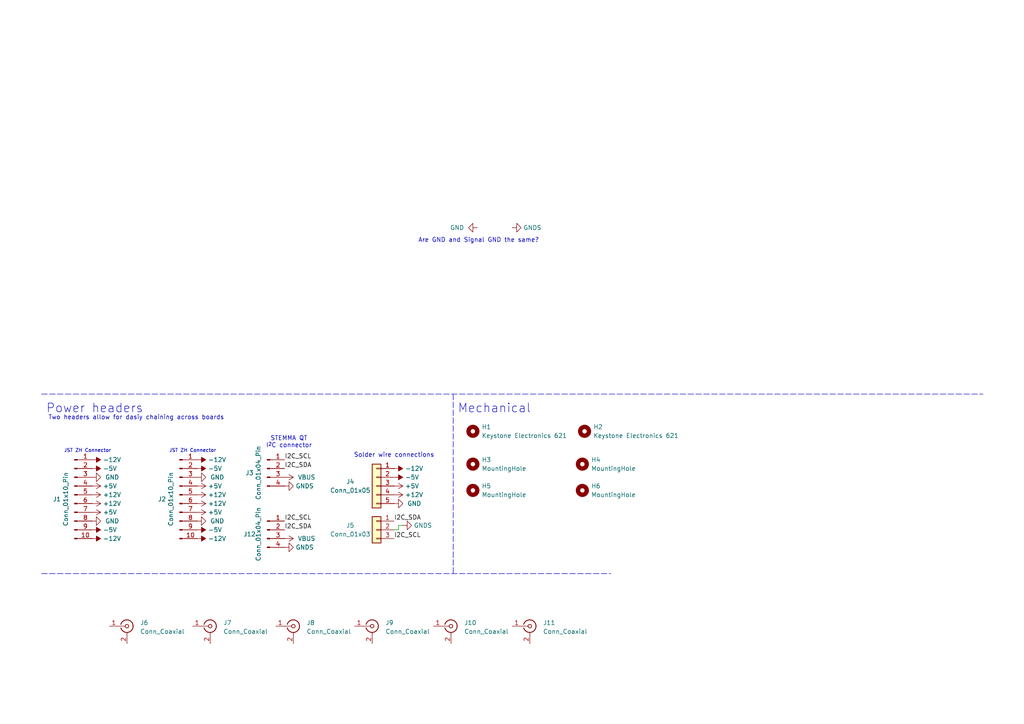
<source format=kicad_sch>
(kicad_sch (version 20231120) (generator "eeschema") (generator_version "8.0")
  (paper "A4")
  (title_block (title "???") (comment 1 "Designed by Jack Roth") (comment 2 "Compatible with Hammond Manufacturing series 1457"))
  (lib_symbols
    (symbol "Connector:Conn_01x04_Pin" (pin_names (offset 1.016) hide)
      (property "Reference" "J" (at 0 5.08 0))
      (property "Value" "Conn_01x04_Pin" (at 0 -7.62 0))
      (symbol "Conn_01x04_Pin_1_1"
        (polyline (pts (xy 1.27 -5.08) (xy 0.8636 -5.08)) (stroke (width 0.1524)))
        (polyline (pts (xy 1.27 -2.54) (xy 0.8636 -2.54)) (stroke (width 0.1524)))
        (polyline (pts (xy 1.27 0) (xy 0.8636 0)) (stroke (width 0.1524)))
        (polyline (pts (xy 1.27 2.54) (xy 0.8636 2.54)) (stroke (width 0.1524)))
        (rectangle (start 0.8636 -4.953) (end 0 -5.207) (stroke (width 0.1524)) (fill (type outline)))
        (rectangle (start 0.8636 -2.413) (end 0 -2.667) (stroke (width 0.1524)) (fill (type outline)))
        (rectangle (start 0.8636 0.127) (end 0 -0.127) (stroke (width 0.1524)) (fill (type outline)))
        (rectangle (start 0.8636 2.667) (end 0 2.413) (stroke (width 0.1524)) (fill (type outline)))
        (pin passive line (at 5.08 2.54 180) (length 3.81) (name "Pin_1") (number "1"))
        (pin passive line (at 5.08 0 180) (length 3.81) (name "Pin_2") (number "2"))
        (pin passive line (at 5.08 -2.54 180) (length 3.81) (name "Pin_3") (number "3"))
        (pin passive line (at 5.08 -5.08 180) (length 3.81) (name "Pin_4") (number "4"))
      )
    )
    (symbol "Connector:Conn_01x10_Pin" (pin_names (offset 1.016) hide)
      (property "Reference" "J" (at 0 12.7 0))
      (property "Value" "Conn_01x10_Pin" (at 0 -15.24 0))
      (symbol "Conn_01x10_Pin_1_1"
        (polyline (pts (xy 1.27 -12.7) (xy 0.8636 -12.7)) (stroke (width 0.1524)))
        (polyline (pts (xy 1.27 -10.16) (xy 0.8636 -10.16)) (stroke (width 0.1524)))
        (polyline (pts (xy 1.27 -7.62) (xy 0.8636 -7.62)) (stroke (width 0.1524)))
        (polyline (pts (xy 1.27 -5.08) (xy 0.8636 -5.08)) (stroke (width 0.1524)))
        (polyline (pts (xy 1.27 -2.54) (xy 0.8636 -2.54)) (stroke (width 0.1524)))
        (polyline (pts (xy 1.27 0) (xy 0.8636 0)) (stroke (width 0.1524)))
        (polyline (pts (xy 1.27 2.54) (xy 0.8636 2.54)) (stroke (width 0.1524)))
        (polyline (pts (xy 1.27 5.08) (xy 0.8636 5.08)) (stroke (width 0.1524)))
        (polyline (pts (xy 1.27 7.62) (xy 0.8636 7.62)) (stroke (width 0.1524)))
        (polyline (pts (xy 1.27 10.16) (xy 0.8636 10.16)) (stroke (width 0.1524)))
        (rectangle (start 0.8636 -12.573) (end 0 -12.827) (stroke (width 0.1524)) (fill (type outline)))
        (rectangle (start 0.8636 -10.033) (end 0 -10.287) (stroke (width 0.1524)) (fill (type outline)))
        (rectangle (start 0.8636 -7.493) (end 0 -7.747) (stroke (width 0.1524)) (fill (type outline)))
        (rectangle (start 0.8636 -4.953) (end 0 -5.207) (stroke (width 0.1524)) (fill (type outline)))
        (rectangle (start 0.8636 -2.413) (end 0 -2.667) (stroke (width 0.1524)) (fill (type outline)))
        (rectangle (start 0.8636 0.127) (end 0 -0.127) (stroke (width 0.1524)) (fill (type outline)))
        (rectangle (start 0.8636 2.667) (end 0 2.413) (stroke (width 0.1524)) (fill (type outline)))
        (rectangle (start 0.8636 5.207) (end 0 4.953) (stroke (width 0.1524)) (fill (type outline)))
        (rectangle (start 0.8636 7.747) (end 0 7.493) (stroke (width 0.1524)) (fill (type outline)))
        (rectangle (start 0.8636 10.287) (end 0 10.033) (stroke (width 0.1524)) (fill (type outline)))
        (pin passive line (at 5.08 10.16 180) (length 3.81) (name "Pin_1") (number "1"))
        (pin passive line (at 5.08 -12.7 180) (length 3.81) (name "Pin_10") (number "10"))
        (pin passive line (at 5.08 7.62 180) (length 3.81) (name "Pin_2") (number "2"))
        (pin passive line (at 5.08 5.08 180) (length 3.81) (name "Pin_3") (number "3"))
        (pin passive line (at 5.08 2.54 180) (length 3.81) (name "Pin_4") (number "4"))
        (pin passive line (at 5.08 0 180) (length 3.81) (name "Pin_5") (number "5"))
        (pin passive line (at 5.08 -2.54 180) (length 3.81) (name "Pin_6") (number "6"))
        (pin passive line (at 5.08 -5.08 180) (length 3.81) (name "Pin_7") (number "7"))
        (pin passive line (at 5.08 -7.62 180) (length 3.81) (name "Pin_8") (number "8"))
        (pin passive line (at 5.08 -10.16 180) (length 3.81) (name "Pin_9") (number "9"))
      )
    )
    (symbol "Connector:Conn_Coaxial" (pin_names (offset 1.016) hide)
      (property "Reference" "J" (at 0.254 3.048 0))
      (property "Value" "Conn_Coaxial" (at 2.921 0 90))
      (symbol "Conn_Coaxial_0_1"
        (arc (start -1.778 -0.508) (mid 0.2311 -1.8066) (end 1.778 0) (stroke (width 0.254)))
        (polyline (pts (xy -2.54 0) (xy -0.508 0)))
        (polyline (pts (xy 0 -2.54) (xy 0 -1.778)))
        (circle (center 0 0) (radius 0.508) (stroke (width 0.2032)))
        (arc (start 1.778 0) (mid 0.2099 1.8101) (end -1.778 0.508) (stroke (width 0.254)))
      )
      (symbol "Conn_Coaxial_1_1"
        (pin passive line (at -5.08 0 0) (length 2.54) (name "In") (number "1"))
        (pin passive line (at 0 -5.08 90) (length 2.54) (name "Ext") (number "2"))
      )
    )
    (symbol "Connector_Generic:Conn_01x03" (pin_names (offset 1.016) hide)
      (property "Reference" "J" (at 0 5.08 0))
      (property "Value" "Conn_01x03" (at 0 -5.08 0))
      (symbol "Conn_01x03_1_1"
        (rectangle (start -1.27 -2.413) (end 0 -2.667) (stroke (width 0.1524)))
        (rectangle (start -1.27 0.127) (end 0 -0.127) (stroke (width 0.1524)))
        (rectangle (start -1.27 2.667) (end 0 2.413) (stroke (width 0.1524)))
        (rectangle (start -1.27 3.81) (end 1.27 -3.81) (stroke (width 0.254)) (fill (type background)))
        (pin passive line (at -5.08 2.54 0) (length 3.81) (name "Pin_1") (number "1"))
        (pin passive line (at -5.08 0 0) (length 3.81) (name "Pin_2") (number "2"))
        (pin passive line (at -5.08 -2.54 0) (length 3.81) (name "Pin_3") (number "3"))
      )
    )
    (symbol "Connector_Generic:Conn_01x05" (pin_names (offset 1.016) hide)
      (property "Reference" "J" (at 0 7.62 0))
      (property "Value" "Conn_01x05" (at 0 -7.62 0))
      (symbol "Conn_01x05_1_1"
        (rectangle (start -1.27 -4.953) (end 0 -5.207) (stroke (width 0.1524)))
        (rectangle (start -1.27 -2.413) (end 0 -2.667) (stroke (width 0.1524)))
        (rectangle (start -1.27 0.127) (end 0 -0.127) (stroke (width 0.1524)))
        (rectangle (start -1.27 2.667) (end 0 2.413) (stroke (width 0.1524)))
        (rectangle (start -1.27 5.207) (end 0 4.953) (stroke (width 0.1524)))
        (rectangle (start -1.27 6.35) (end 1.27 -6.35) (stroke (width 0.254)) (fill (type background)))
        (pin passive line (at -5.08 5.08 0) (length 3.81) (name "Pin_1") (number "1"))
        (pin passive line (at -5.08 2.54 0) (length 3.81) (name "Pin_2") (number "2"))
        (pin passive line (at -5.08 0 0) (length 3.81) (name "Pin_3") (number "3"))
        (pin passive line (at -5.08 -2.54 0) (length 3.81) (name "Pin_4") (number "4"))
        (pin passive line (at -5.08 -5.08 0) (length 3.81) (name "Pin_5") (number "5"))
      )
    )
    (symbol "Mechanical:MountingHole" (pin_names (offset 1.016)) (exclude_from_sim yes) (in_bom no)
      (property "Reference" "H" (at 0 5.08 0))
      (property "Value" "MountingHole" (at 0 3.175 0))
      (symbol "MountingHole_0_1"
        (circle (center 0 0) (radius 1.27) (stroke (width 1.27)))
      )
    )
    (symbol "power:+12V" (power) (pin_numbers hide) (pin_names (offset 0) hide)
      (property "Value" "+12V" (at 0 3.556 0))
      (symbol "+12V_0_1"
        (polyline (pts (xy -0.762 1.27) (xy 0 2.54)))
        (polyline (pts (xy 0 0) (xy 0 2.54)))
        (polyline (pts (xy 0 2.54) (xy 0.762 1.27)))
      )
      (symbol "+12V_1_1"
        (pin power_in line (at 0 0 90) (length 0) (name "~") (number "1"))
      )
    )
    (symbol "power:+5V" (power) (pin_numbers hide) (pin_names (offset 0) hide)
      (property "Value" "+5V" (at 0 3.556 0))
      (symbol "+5V_0_1"
        (polyline (pts (xy -0.762 1.27) (xy 0 2.54)))
        (polyline (pts (xy 0 0) (xy 0 2.54)))
        (polyline (pts (xy 0 2.54) (xy 0.762 1.27)))
      )
      (symbol "+5V_1_1"
        (pin power_in line (at 0 0 90) (length 0) (name "~") (number "1"))
      )
    )
    (symbol "power:-12V" (power) (pin_numbers hide) (pin_names (offset 0) hide)
      (property "Value" "-12V" (at 0 3.556 0))
      (symbol "-12V_0_0"
        (pin power_in line (at 0 0 90) (length 0) (name "~") (number "1"))
      )
      (symbol "-12V_0_1"
        (polyline (pts (xy 0 0) (xy 0 1.27) (xy 0.762 1.27) (xy 0 2.54) (xy -0.762 1.27) (xy 0 1.27)) (fill (type outline)))
      )
    )
    (symbol "power:-5V" (power) (pin_numbers hide) (pin_names (offset 0) hide)
      (property "Value" "-5V" (at 0 3.556 0))
      (symbol "-5V_0_0"
        (pin power_in line (at 0 0 90) (length 0) (name "~") (number "1"))
      )
      (symbol "-5V_0_1"
        (polyline (pts (xy 0 0) (xy 0 1.27) (xy 0.762 1.27) (xy 0 2.54) (xy -0.762 1.27) (xy 0 1.27)) (fill (type outline)))
      )
    )
    (symbol "power:GND" (power) (pin_numbers hide) (pin_names (offset 0) hide)
      (property "Value" "GND" (at 0 -3.81 0))
      (symbol "GND_0_1"
        (polyline (pts (xy 0 0) (xy 0 -1.27) (xy 1.27 -1.27) (xy 0 -2.54) (xy -1.27 -1.27) (xy 0 -1.27)))
      )
      (symbol "GND_1_1"
        (pin power_in line (at 0 0 270) (length 0) (name "~") (number "1"))
      )
    )
    (symbol "power:GNDS" (power) (pin_numbers hide) (pin_names (offset 0) hide)
      (property "Value" "GNDS" (at 0 -3.81 0))
      (symbol "GNDS_0_1"
        (polyline (pts (xy 0 0) (xy 0 -1.27) (xy 1.27 -1.27) (xy 0 -2.54) (xy -1.27 -1.27) (xy 0 -1.27)))
      )
      (symbol "GNDS_1_1"
        (pin power_in line (at 0 0 270) (length 0) (name "~") (number "1"))
      )
    )
    (symbol "power:VBUS" (power) (pin_numbers hide) (pin_names (offset 0) hide)
      (property "Value" "VBUS" (at 0 3.556 0))
      (symbol "VBUS_0_1"
        (polyline (pts (xy -0.762 1.27) (xy 0 2.54)))
        (polyline (pts (xy 0 0) (xy 0 2.54)))
        (polyline (pts (xy 0 2.54) (xy 0.762 1.27)))
      )
      (symbol "VBUS_1_1"
        (pin power_in line (at 0 0 90) (length 0) (name "~") (number "1"))
      )
    )
  )
  (polyline (pts (xy 12.065 166.37) (xy 177.165 166.37)) (stroke (width 0) (type dash)))
  (wire (pts (xy 114.3 153.67) (xy 115.57 153.67)))
  (wire (pts (xy 115.57 152.4) (xy 115.57 153.67)))
  (polyline (pts (xy 131.445 114.3) (xy 131.445 166.37)) (stroke (width 0) (type dash)))
  (polyline (pts (xy 12.065 114.3) (xy 285.115 114.3)) (stroke (width 0) (type dash)))
  (wire (pts (xy 116.84 152.4) (xy 115.57 152.4)))
  (text "Solder wire connections" (at 114.3 132.08 0) (effects (font (size 1.27 1.27))))
  (text "Are GND and Signal GND the same?" (at 121.285 70.485 0) (effects (font (size 1.27 1.27)) (justify left bottom)))
  (text "Mechanical" (at 132.715 120.015 0) (effects (font (size 2.54 2.54)) (justify left bottom)))
  (text "STEMMA QT\nI^{2}C connector" (at 83.82 128.27 0) (effects (font (size 1.27 1.27))))
  (text "JST ZH Connector" (at 55.88 130.81 0) (effects (font (size 1 1))))
  (text "Power headers" (at 13.335 120.015 0) (effects (font (size 2.54 2.54)) (justify left bottom)))
  (text "Two headers allow for dasiy chaining across boards" (at 13.97 121.92 0) (effects (font (size 1.27 1.27)) (justify left bottom)))
  (text "JST ZH Connector" (at 25.4 130.81 0) (effects (font (size 1 1))))
  (label "I2C_SDA" (at 114.3 151.13 0))
  (label "I2C_SCL" (at 82.55 151.13 0))
  (label "I2C_SDA" (at 82.55 135.89 0))
  (label "I2C_SCL" (at 114.3 156.21 0))
  (label "I2C_SCL" (at 82.55 133.35 0))
  (label "I2C_SDA" (at 82.55 153.67 0))
  (symbol (lib_id "power:-12V") (at 114.3 135.89 270) (unit 1)
    (property "Reference" "#PWR023" (effects (hide yes)))
    (property "Value" "-12V" (at 117.475 135.89 90) (effects (justify left)))
    (property "Description" "Power symbol creates a global label with name \"-12V\"" (effects (hide yes)))
  )
  (symbol (lib_id "Mechanical:MountingHole") (at 137.16 134.62 0) (unit 1) (exclude_from_sim yes) (in_bom no)
    (property "Reference" "H3" (at 139.7 133.3499 0) (effects (justify left)))
    (property "Value" "MountingHole" (at 139.7 135.8899 0) (effects (justify left)))
    (property "Footprint" "MountingHole:MountingHole_3.2mm_M3" (effects (hide yes)))
    (property "Description" "Mounting Hole without connection" (effects (hide yes)))
  )
  (symbol (lib_id "power:-12V") (at 57.15 156.21 270) (unit 1)
    (property "Reference" "#PWR020" (effects (hide yes)))
    (property "Value" "-12V" (at 60.325 156.21 90) (effects (justify left)))
    (property "Description" "Power symbol creates a global label with name \"-12V\"" (effects (hide yes)))
  )
  (symbol (lib_id "power:GND") (at 114.3 146.05 90) (unit 1)
    (property "Reference" "#PWR027" (effects (hide yes)))
    (property "Value" "GND" (at 118.11 146.05 90) (effects (justify right)))
    (property "Description" "Power symbol creates a global label with name \"GND\" , ground" (effects (hide yes)))
  )
  (symbol (lib_id "power:VBUS") (at 82.55 156.21 270) (unit 1)
    (property "Reference" "#PWR031" (effects (hide yes)))
    (property "Value" "VBUS" (at 86.36 156.2099 90) (effects (justify left)))
    (property "Description" "Power symbol creates a global label with name \"VBUS\"" (effects (hide yes)))
  )
  (symbol (lib_id "power:+12V") (at 26.67 146.05 270) (unit 1)
    (property "Reference" "#PWR06" (effects (hide yes)))
    (property "Value" "+12V" (at 29.845 146.05 90) (effects (justify left)))
    (property "Description" "Power symbol creates a global label with name \"+12V\"" (effects (hide yes)))
  )
  (symbol (lib_id "power:GND") (at 57.15 151.13 90) (unit 1)
    (property "Reference" "#PWR018" (effects (hide yes)))
    (property "Value" "GND" (at 60.96 151.13 90) (effects (justify right)))
    (property "Description" "Power symbol creates a global label with name \"GND\" , ground" (effects (hide yes)))
  )
  (symbol (lib_id "Connector:Conn_01x04_Pin") (at 77.47 153.67 0) (unit 1)
    (property "Reference" "J12" (at 72.39 154.94 0))
    (property "Value" "Conn_01x04_Pin" (at 74.93 154.94 90))
    (property "Footprint" "Connector_JST:JST_PH_S4B-PH-K_1x04_P2.00mm_Horizontal" (effects (hide yes)))
    (property "Description" "Generic connector, single row, 01x04, script generated" (effects (hide yes)))
    (property "Digikey PN" "455-1721-ND" (effects (hide yes)))
  )
  (symbol (lib_id "Mechanical:MountingHole") (at 169.545 125.095 0) (unit 1)
    (property "Reference" "H2" (at 172.085 123.825 0) (effects (justify left)))
    (property "Value" "Keystone Electronics 621" (at 172.085 126.365 0) (effects (justify left)))
    (property "Footprint" "matterwaves:Keystone 621" (effects (hide yes)))
    (property "Description" "Mounting Hole without connection" (effects (hide yes)))
    (property "Digikey PN" "36-621-ND" (effects (hide yes)))
  )
  (symbol (lib_id "power:+5V") (at 26.67 140.97 270) (unit 1)
    (property "Reference" "#PWR04" (effects (hide yes)))
    (property "Value" "+5V" (at 29.845 140.97 90) (effects (justify left)))
    (property "Description" "Power symbol creates a global label with name \"+5V\"" (effects (hide yes)))
  )
  (symbol (lib_id "Connector_Generic:Conn_01x03") (at 109.22 153.67 0) (mirror y) (unit 1)
    (property "Reference" "J5" (at 101.6 152.4 0))
    (property "Value" "Conn_01x03" (at 101.6 154.94 0))
    (property "Footprint" "Connector_Wire:SolderWire-0.75sqmm_1x03_P4.8mm_D1.25mm_OD2.3mm" (effects (hide yes)))
    (property "Description" "Generic connector, single row, 01x03, script generated (kicad-library-utils/schlib/autogen/connector/)" (effects (hide yes)))
  )
  (symbol (lib_id "power:+12V") (at 57.15 143.51 270) (unit 1)
    (property "Reference" "#PWR015" (effects (hide yes)))
    (property "Value" "+12V" (at 60.325 143.51 90) (effects (justify left)))
    (property "Description" "Power symbol creates a global label with name \"+12V\"" (effects (hide yes)))
  )
  (symbol (lib_id "Connector:Conn_Coaxial") (at 130.81 181.61 0) (unit 1)
    (property "Reference" "J10" (at 134.62 180.6331 0) (effects (justify left)))
    (property "Value" "Conn_Coaxial" (at 134.62 183.1731 0) (effects (justify left)))
    (property "Footprint" "Connector_Coaxial:SMA_Molex_73251-1153_EdgeMount_Horizontal" (effects (hide yes)))
    (property "Description" "coaxial connector (BNC, SMA, SMB, SMC, Cinch/RCA, LEMO, ...)" (effects (hide yes)))
    (property "Digikey PN" "900-0732511153-ND" (effects (hide yes)))
  )
  (symbol (lib_id "Connector:Conn_Coaxial") (at 60.96 181.61 0) (unit 1)
    (property "Reference" "J7" (at 64.77 180.6331 0) (effects (justify left)))
    (property "Value" "Conn_Coaxial" (at 64.77 183.1731 0) (effects (justify left)))
    (property "Footprint" "Connector_Coaxial:SMA_Molex_73251-1153_EdgeMount_Horizontal" (effects (hide yes)))
    (property "Description" "coaxial connector (BNC, SMA, SMB, SMC, Cinch/RCA, LEMO, ...)" (effects (hide yes)))
    (property "Digikey PN" "900-0732511153-ND" (effects (hide yes)))
  )
  (symbol (lib_id "power:GND") (at 26.67 138.43 90) (unit 1)
    (property "Reference" "#PWR03" (effects (hide yes)))
    (property "Value" "GND" (at 30.48 138.43 90) (effects (justify right)))
    (property "Description" "Power symbol creates a global label with name \"GND\" , ground" (effects (hide yes)))
  )
  (symbol (lib_id "Connector:Conn_01x10_Pin") (at 21.59 143.51 0) (unit 1)
    (property "Reference" "J1" (at 16.51 144.78 0))
    (property "Value" "Conn_01x10_Pin" (at 19.05 144.78 90))
    (property "Footprint" "Connector_JST:JST_ZH_B10B-ZR_1x10_P1.50mm_Vertical" (effects (hide yes)))
    (property "Description" "Generic connector, single row, 01x10, script generated" (effects (hide yes)))
    (property "Digikey PN" "455-S10B-ZR-ND" (effects (hide yes)))
  )
  (symbol (lib_id "Connector_Generic:Conn_01x05") (at 109.22 140.97 0) (mirror y) (unit 1)
    (property "Reference" "J4" (at 101.6 139.7 0))
    (property "Value" "Conn_01x05" (at 101.6 142.24 0))
    (property "Footprint" "Connector_Wire:SolderWire-0.75sqmm_1x05_P4.8mm_D1.25mm_OD2.3mm" (effects (hide yes)))
    (property "Description" "Generic connector, single row, 01x05, script generated (kicad-library-utils/schlib/autogen/connector/)" (effects (hide yes)))
  )
  (symbol (lib_id "power:+5V") (at 57.15 140.97 270) (unit 1)
    (property "Reference" "#PWR014" (effects (hide yes)))
    (property "Value" "+5V" (at 60.325 140.97 90) (effects (justify left)))
    (property "Description" "Power symbol creates a global label with name \"+5V\"" (effects (hide yes)))
  )
  (symbol (lib_id "Connector:Conn_01x04_Pin") (at 77.47 135.89 0) (unit 1)
    (property "Reference" "J3" (at 72.39 137.16 0))
    (property "Value" "Conn_01x04_Pin" (at 74.93 137.16 90))
    (property "Footprint" "Connector_JST:JST_PH_S4B-PH-K_1x04_P2.00mm_Horizontal" (effects (hide yes)))
    (property "Description" "Generic connector, single row, 01x04, script generated" (effects (hide yes)))
    (property "Digikey PN" "455-1721-ND" (effects (hide yes)))
  )
  (symbol (lib_id "power:+5V") (at 26.67 148.59 270) (unit 1)
    (property "Reference" "#PWR07" (effects (hide yes)))
    (property "Value" "+5V" (at 29.845 148.59 90) (effects (justify left)))
    (property "Description" "Power symbol creates a global label with name \"+5V\"" (effects (hide yes)))
  )
  (symbol (lib_id "power:-5V") (at 26.67 153.67 270) (unit 1)
    (property "Reference" "#PWR09" (effects (hide yes)))
    (property "Value" "-5V" (at 29.845 153.67 90) (effects (justify left)))
    (property "Description" "Power symbol creates a global label with name \"-5V\"" (effects (hide yes)))
  )
  (symbol (lib_id "power:GND") (at 57.15 138.43 90) (unit 1)
    (property "Reference" "#PWR013" (effects (hide yes)))
    (property "Value" "GND" (at 60.96 138.43 90) (effects (justify right)))
    (property "Description" "Power symbol creates a global label with name \"GND\" , ground" (effects (hide yes)))
  )
  (symbol (lib_id "Mechanical:MountingHole") (at 137.16 125.095 0) (unit 1)
    (property "Reference" "H1" (at 139.7 123.825 0) (effects (justify left)))
    (property "Value" "Keystone Electronics 621" (at 139.7 126.365 0) (effects (justify left)))
    (property "Footprint" "matterwaves:Keystone 621" (effects (hide yes)))
    (property "Description" "Mounting Hole without connection" (effects (hide yes)))
    (property "Digikey PN" "36-621-ND" (effects (hide yes)))
  )
  (symbol (lib_id "power:GND") (at 26.67 151.13 90) (unit 1)
    (property "Reference" "#PWR08" (effects (hide yes)))
    (property "Value" "GND" (at 30.48 151.13 90) (effects (justify right)))
    (property "Description" "Power symbol creates a global label with name \"GND\" , ground" (effects (hide yes)))
  )
  (symbol (lib_id "power:+12V") (at 57.15 146.05 270) (unit 1)
    (property "Reference" "#PWR016" (effects (hide yes)))
    (property "Value" "+12V" (at 60.325 146.05 90) (effects (justify left)))
    (property "Description" "Power symbol creates a global label with name \"+12V\"" (effects (hide yes)))
  )
  (symbol (lib_id "power:VBUS") (at 82.55 138.43 270) (unit 1)
    (property "Reference" "#PWR021" (effects (hide yes)))
    (property "Value" "VBUS" (at 86.36 138.4299 90) (effects (justify left)))
    (property "Description" "Power symbol creates a global label with name \"VBUS\"" (effects (hide yes)))
  )
  (symbol (lib_id "power:GNDS") (at 116.84 152.4 90) (unit 1)
    (property "Reference" "#PWR028" (effects (hide yes)))
    (property "Value" "GNDS" (at 120.015 152.4 90) (effects (justify right)))
    (property "Description" "Power symbol creates a global label with name \"GNDS\" , signal ground" (effects (hide yes)))
  )
  (symbol (lib_id "power:-5V") (at 57.15 153.67 270) (unit 1)
    (property "Reference" "#PWR019" (effects (hide yes)))
    (property "Value" "-5V" (at 60.325 153.67 90) (effects (justify left)))
    (property "Description" "Power symbol creates a global label with name \"-5V\"" (effects (hide yes)))
  )
  (symbol (lib_id "Connector:Conn_Coaxial") (at 153.67 181.61 0) (unit 1)
    (property "Reference" "J11" (at 157.48 180.6331 0) (effects (justify left)))
    (property "Value" "Conn_Coaxial" (at 157.48 183.1731 0) (effects (justify left)))
    (property "Footprint" "Connector_Coaxial:SMA_Molex_73251-1153_EdgeMount_Horizontal" (effects (hide yes)))
    (property "Description" "coaxial connector (BNC, SMA, SMB, SMC, Cinch/RCA, LEMO, ...)" (effects (hide yes)))
    (property "Digikey PN" "900-0732511153-ND" (effects (hide yes)))
  )
  (symbol (lib_id "Mechanical:MountingHole") (at 137.16 142.24 0) (unit 1) (exclude_from_sim yes) (in_bom no)
    (property "Reference" "H5" (at 139.7 140.9699 0) (effects (justify left)))
    (property "Value" "MountingHole" (at 139.7 143.5099 0) (effects (justify left)))
    (property "Footprint" "MountingHole:MountingHole_3.2mm_M3" (effects (hide yes)))
    (property "Description" "Mounting Hole without connection" (effects (hide yes)))
  )
  (symbol (lib_id "Mechanical:MountingHole") (at 168.91 142.24 0) (unit 1) (exclude_from_sim yes) (in_bom no)
    (property "Reference" "H6" (at 171.45 140.9699 0) (effects (justify left)))
    (property "Value" "MountingHole" (at 171.45 143.5099 0) (effects (justify left)))
    (property "Footprint" "MountingHole:MountingHole_3.2mm_M3" (effects (hide yes)))
    (property "Description" "Mounting Hole without connection" (effects (hide yes)))
  )
  (symbol (lib_id "power:-12V") (at 57.15 133.35 270) (unit 1)
    (property "Reference" "#PWR011" (effects (hide yes)))
    (property "Value" "-12V" (at 60.325 133.35 90) (effects (justify left)))
    (property "Description" "Power symbol creates a global label with name \"-12V\"" (effects (hide yes)))
  )
  (symbol (lib_id "Connector:Conn_Coaxial") (at 85.09 181.61 0) (unit 1)
    (property "Reference" "J8" (at 88.9 180.6331 0) (effects (justify left)))
    (property "Value" "Conn_Coaxial" (at 88.9 183.1731 0) (effects (justify left)))
    (property "Footprint" "Connector_Coaxial:SMA_Molex_73251-1153_EdgeMount_Horizontal" (effects (hide yes)))
    (property "Description" "coaxial connector (BNC, SMA, SMB, SMC, Cinch/RCA, LEMO, ...)" (effects (hide yes)))
    (property "Digikey PN" "900-0732511153-ND" (effects (hide yes)))
  )
  (symbol (lib_id "power:+12V") (at 26.67 143.51 270) (unit 1)
    (property "Reference" "#PWR05" (effects (hide yes)))
    (property "Value" "+12V" (at 29.845 143.51 90) (effects (justify left)))
    (property "Description" "Power symbol creates a global label with name \"+12V\"" (effects (hide yes)))
  )
  (symbol (lib_id "power:GNDS") (at 82.55 158.75 90) (unit 1)
    (property "Reference" "#PWR032" (effects (hide yes)))
    (property "Value" "GNDS" (at 85.725 158.75 90) (effects (justify right)))
    (property "Description" "Power symbol creates a global label with name \"GNDS\" , signal ground" (effects (hide yes)))
  )
  (symbol (lib_id "power:-12V") (at 26.67 156.21 270) (unit 1)
    (property "Reference" "#PWR010" (effects (hide yes)))
    (property "Value" "-12V" (at 29.845 156.21 90) (effects (justify left)))
    (property "Description" "Power symbol creates a global label with name \"-12V\"" (effects (hide yes)))
  )
  (symbol (lib_id "power:-5V") (at 26.67 135.89 270) (unit 1)
    (property "Reference" "#PWR02" (effects (hide yes)))
    (property "Value" "-5V" (at 29.845 135.89 90) (effects (justify left)))
    (property "Description" "Power symbol creates a global label with name \"-5V\"" (effects (hide yes)))
  )
  (symbol (lib_id "Mechanical:MountingHole") (at 168.91 134.62 0) (unit 1) (exclude_from_sim yes) (in_bom no)
    (property "Reference" "H4" (at 171.45 133.3499 0) (effects (justify left)))
    (property "Value" "MountingHole" (at 171.45 135.8899 0) (effects (justify left)))
    (property "Footprint" "MountingHole:MountingHole_3.2mm_M3" (effects (hide yes)))
    (property "Description" "Mounting Hole without connection" (effects (hide yes)))
  )
  (symbol (lib_id "power:+12V") (at 114.3 143.51 270) (unit 1)
    (property "Reference" "#PWR026" (effects (hide yes)))
    (property "Value" "+12V" (at 117.475 143.51 90) (effects (justify left)))
    (property "Description" "Power symbol creates a global label with name \"+12V\"" (effects (hide yes)))
  )
  (symbol (lib_id "Connector:Conn_Coaxial") (at 107.95 181.61 0) (unit 1)
    (property "Reference" "J9" (at 111.76 180.6331 0) (effects (justify left)))
    (property "Value" "Conn_Coaxial" (at 111.76 183.1731 0) (effects (justify left)))
    (property "Footprint" "Connector_Coaxial:SMA_Molex_73251-1153_EdgeMount_Horizontal" (effects (hide yes)))
    (property "Description" "coaxial connector (BNC, SMA, SMB, SMC, Cinch/RCA, LEMO, ...)" (effects (hide yes)))
    (property "Digikey PN" "900-0732511153-ND" (effects (hide yes)))
  )
  (symbol (lib_id "power:-12V") (at 26.67 133.35 270) (unit 1)
    (property "Reference" "#PWR01" (effects (hide yes)))
    (property "Value" "-12V" (at 29.845 133.35 90) (effects (justify left)))
    (property "Description" "Power symbol creates a global label with name \"-12V\"" (effects (hide yes)))
  )
  (symbol (lib_id "power:-5V") (at 114.3 138.43 270) (unit 1)
    (property "Reference" "#PWR024" (effects (hide yes)))
    (property "Value" "-5V" (at 117.475 138.43 90) (effects (justify left)))
    (property "Description" "Power symbol creates a global label with name \"-5V\"" (effects (hide yes)))
  )
  (symbol (lib_id "power:GNDS") (at 148.59 66.04 90) (unit 1)
    (property "Reference" "#PWR029" (effects (hide yes)))
    (property "Value" "GNDS" (at 151.765 66.04 90) (effects (justify right)))
    (property "Description" "Power symbol creates a global label with name \"GNDS\" , signal ground" (effects (hide yes)))
  )
  (symbol (lib_id "power:+5V") (at 114.3 140.97 270) (unit 1)
    (property "Reference" "#PWR025" (effects (hide yes)))
    (property "Value" "+5V" (at 117.475 140.97 90) (effects (justify left)))
    (property "Description" "Power symbol creates a global label with name \"+5V\"" (effects (hide yes)))
  )
  (symbol (lib_id "power:+5V") (at 57.15 148.59 270) (unit 1)
    (property "Reference" "#PWR017" (effects (hide yes)))
    (property "Value" "+5V" (at 60.325 148.59 90) (effects (justify left)))
    (property "Description" "Power symbol creates a global label with name \"+5V\"" (effects (hide yes)))
  )
  (symbol (lib_id "Connector:Conn_Coaxial") (at 36.83 181.61 0) (unit 1)
    (property "Reference" "J6" (at 40.64 180.6331 0) (effects (justify left)))
    (property "Value" "Conn_Coaxial" (at 40.64 183.1731 0) (effects (justify left)))
    (property "Footprint" "Connector_Coaxial:SMA_Molex_73251-1153_EdgeMount_Horizontal" (effects (hide yes)))
    (property "Description" "coaxial connector (BNC, SMA, SMB, SMC, Cinch/RCA, LEMO, ...)" (effects (hide yes)))
    (property "Digikey PN" "900-0732511153-ND" (effects (hide yes)))
  )
  (symbol (lib_id "Connector:Conn_01x10_Pin") (at 52.07 143.51 0) (unit 1)
    (property "Reference" "J2" (at 46.99 144.78 0))
    (property "Value" "Conn_01x10_Pin" (at 49.53 144.78 90))
    (property "Footprint" "Connector_JST:JST_ZH_B10B-ZR_1x10_P1.50mm_Vertical" (effects (hide yes)))
    (property "Description" "Generic connector, single row, 01x10, script generated" (effects (hide yes)))
    (property "Digikey PN" "455-S10B-ZR-ND" (effects (hide yes)))
  )
  (symbol (lib_id "power:GND") (at 138.43 66.04 270) (unit 1)
    (property "Reference" "#PWR030" (effects (hide yes)))
    (property "Value" "GND" (at 134.62 66.04 90) (effects (justify right)))
    (property "Description" "Power symbol creates a global label with name \"GND\" , ground" (effects (hide yes)))
  )
  (symbol (lib_id "power:-5V") (at 57.15 135.89 270) (unit 1)
    (property "Reference" "#PWR012" (effects (hide yes)))
    (property "Value" "-5V" (at 60.325 135.89 90) (effects (justify left)))
    (property "Description" "Power symbol creates a global label with name \"-5V\"" (effects (hide yes)))
  )
  (symbol (lib_id "power:GNDS") (at 82.55 140.97 90) (unit 1)
    (property "Reference" "#PWR022" (effects (hide yes)))
    (property "Value" "GNDS" (at 85.725 140.97 90) (effects (justify right)))
    (property "Description" "Power symbol creates a global label with name \"GNDS\" , signal ground" (effects (hide yes)))
  )
)
</source>
